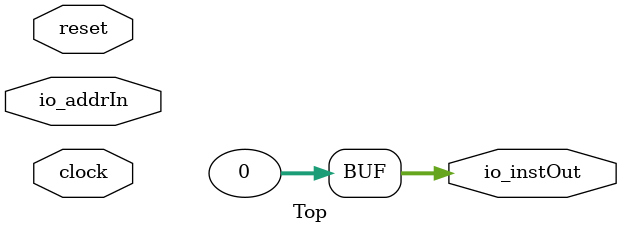
<source format=v>
module Top(
  input         clock,
  input         reset,
  input  [31:0] io_addrIn,
  output [31:0] io_instOut
);
  assign io_instOut = 32'h0; // @[top.scala 27:14]
endmodule

</source>
